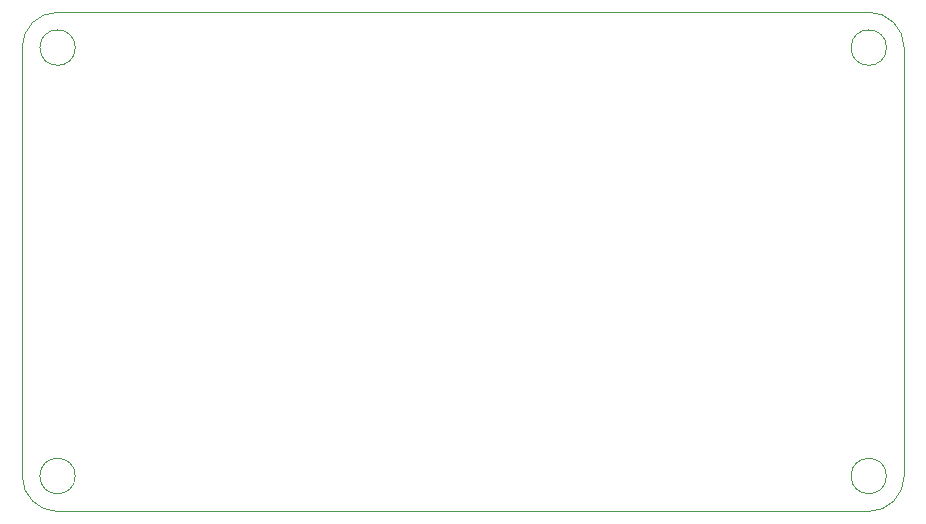
<source format=gm1>
G04*
G04 #@! TF.GenerationSoftware,Altium Limited,Altium Designer,24.0.1 (36)*
G04*
G04 Layer_Color=16711935*
%FSLAX44Y44*%
%MOMM*%
G71*
G04*
G04 #@! TF.SameCoordinates,3FE1674D-11C2-4531-B8C6-FC8791136C40*
G04*
G04*
G04 #@! TF.FilePolarity,Positive*
G04*
G01*
G75*
%ADD52C,0.0127*%
D52*
X1185968Y359020D02*
G03*
X1215968Y389020I0J30000D01*
G01*
Y751710D02*
G03*
X1185968Y781710I-30000J0D01*
G01*
X499180Y781710D02*
G03*
X469180Y751710I0J-30000D01*
G01*
Y389020D02*
G03*
X499180Y359020I30000J0D01*
G01*
X514180Y751710D02*
G03*
X514180Y751710I-15000J0D01*
G01*
X1200968Y751710D02*
G03*
X1200968Y751710I-15000J0D01*
G01*
X514180Y389020D02*
G03*
X514180Y389020I-15000J0D01*
G01*
X1200968Y389020D02*
G03*
X1200968Y389020I-15000J0D01*
G01*
X1215968Y751710D02*
X1215968Y389020D01*
X499180Y781710D02*
X1185968Y781710D01*
X469180Y751710D02*
X469180Y389020D01*
X499180Y359020D02*
X1185968Y359020D01*
M02*

</source>
